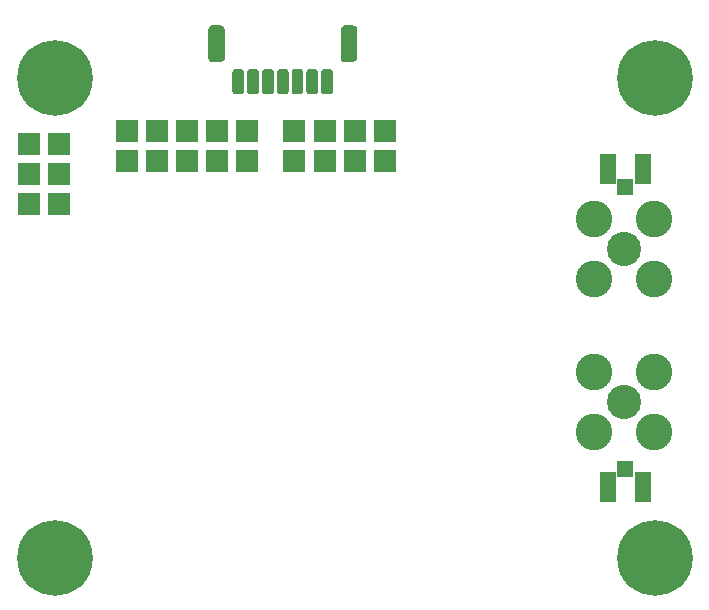
<source format=gbr>
G04 #@! TF.GenerationSoftware,KiCad,Pcbnew,(5.99.0-257-gdf3fabfa2)*
G04 #@! TF.CreationDate,2019-11-06T08:10:32+01:00*
G04 #@! TF.ProjectId,ISM02A,49534d30-3241-42e6-9b69-6361645f7063,REV*
G04 #@! TF.SameCoordinates,Original*
G04 #@! TF.FileFunction,Soldermask,Top*
G04 #@! TF.FilePolarity,Negative*
%FSLAX46Y46*%
G04 Gerber Fmt 4.6, Leading zero omitted, Abs format (unit mm)*
G04 Created by KiCad (PCBNEW (5.99.0-257-gdf3fabfa2)) date 2019-11-06 08:10:32*
%MOMM*%
%LPD*%
G04 APERTURE LIST*
%ADD10R,1.924000X1.924000*%
%ADD11C,3.100000*%
%ADD12C,2.900000*%
%ADD13R,1.450000X2.600000*%
%ADD14R,1.400000X1.450000*%
%ADD15C,6.400000*%
G04 APERTURE END LIST*
D10*
X137530000Y-89460000D03*
X140070000Y-89460000D03*
X137530000Y-92000000D03*
X140070000Y-92000000D03*
X137530000Y-94540000D03*
X140070000Y-94540000D03*
G36*
X163099671Y-83115030D02*
G01*
X163180777Y-83169223D01*
X163234970Y-83250329D01*
X163254000Y-83346000D01*
X163254000Y-84946000D01*
X163234970Y-85041671D01*
X163180777Y-85122777D01*
X163099671Y-85176970D01*
X163004000Y-85196000D01*
X162504000Y-85196000D01*
X162408329Y-85176970D01*
X162327223Y-85122777D01*
X162273030Y-85041671D01*
X162254000Y-84946000D01*
X162254000Y-83346000D01*
X162273030Y-83250329D01*
X162327223Y-83169223D01*
X162408329Y-83115030D01*
X162504000Y-83096000D01*
X163004000Y-83096000D01*
X163099671Y-83115030D01*
G37*
G36*
X161849671Y-83115030D02*
G01*
X161930777Y-83169223D01*
X161984970Y-83250329D01*
X162004000Y-83346000D01*
X162004000Y-84946000D01*
X161984970Y-85041671D01*
X161930777Y-85122777D01*
X161849671Y-85176970D01*
X161754000Y-85196000D01*
X161254000Y-85196000D01*
X161158329Y-85176970D01*
X161077223Y-85122777D01*
X161023030Y-85041671D01*
X161004000Y-84946000D01*
X161004000Y-83346000D01*
X161023030Y-83250329D01*
X161077223Y-83169223D01*
X161158329Y-83115030D01*
X161254000Y-83096000D01*
X161754000Y-83096000D01*
X161849671Y-83115030D01*
G37*
G36*
X160599671Y-83115030D02*
G01*
X160680777Y-83169223D01*
X160734970Y-83250329D01*
X160754000Y-83346000D01*
X160754000Y-84946000D01*
X160734970Y-85041671D01*
X160680777Y-85122777D01*
X160599671Y-85176970D01*
X160504000Y-85196000D01*
X160004000Y-85196000D01*
X159908329Y-85176970D01*
X159827223Y-85122777D01*
X159773030Y-85041671D01*
X159754000Y-84946000D01*
X159754000Y-83346000D01*
X159773030Y-83250329D01*
X159827223Y-83169223D01*
X159908329Y-83115030D01*
X160004000Y-83096000D01*
X160504000Y-83096000D01*
X160599671Y-83115030D01*
G37*
G36*
X159349671Y-83115030D02*
G01*
X159430777Y-83169223D01*
X159484970Y-83250329D01*
X159504000Y-83346000D01*
X159504000Y-84946000D01*
X159484970Y-85041671D01*
X159430777Y-85122777D01*
X159349671Y-85176970D01*
X159254000Y-85196000D01*
X158754000Y-85196000D01*
X158658329Y-85176970D01*
X158577223Y-85122777D01*
X158523030Y-85041671D01*
X158504000Y-84946000D01*
X158504000Y-83346000D01*
X158523030Y-83250329D01*
X158577223Y-83169223D01*
X158658329Y-83115030D01*
X158754000Y-83096000D01*
X159254000Y-83096000D01*
X159349671Y-83115030D01*
G37*
G36*
X158099671Y-83115030D02*
G01*
X158180777Y-83169223D01*
X158234970Y-83250329D01*
X158254000Y-83346000D01*
X158254000Y-84946000D01*
X158234970Y-85041671D01*
X158180777Y-85122777D01*
X158099671Y-85176970D01*
X158004000Y-85196000D01*
X157504000Y-85196000D01*
X157408329Y-85176970D01*
X157327223Y-85122777D01*
X157273030Y-85041671D01*
X157254000Y-84946000D01*
X157254000Y-83346000D01*
X157273030Y-83250329D01*
X157327223Y-83169223D01*
X157408329Y-83115030D01*
X157504000Y-83096000D01*
X158004000Y-83096000D01*
X158099671Y-83115030D01*
G37*
G36*
X156849671Y-83115030D02*
G01*
X156930777Y-83169223D01*
X156984970Y-83250329D01*
X157004000Y-83346000D01*
X157004000Y-84946000D01*
X156984970Y-85041671D01*
X156930777Y-85122777D01*
X156849671Y-85176970D01*
X156754000Y-85196000D01*
X156254000Y-85196000D01*
X156158329Y-85176970D01*
X156077223Y-85122777D01*
X156023030Y-85041671D01*
X156004000Y-84946000D01*
X156004000Y-83346000D01*
X156023030Y-83250329D01*
X156077223Y-83169223D01*
X156158329Y-83115030D01*
X156254000Y-83096000D01*
X156754000Y-83096000D01*
X156849671Y-83115030D01*
G37*
G36*
X155599671Y-83115030D02*
G01*
X155680777Y-83169223D01*
X155734970Y-83250329D01*
X155754000Y-83346000D01*
X155754000Y-84946000D01*
X155734970Y-85041671D01*
X155680777Y-85122777D01*
X155599671Y-85176970D01*
X155504000Y-85196000D01*
X155004000Y-85196000D01*
X154908329Y-85176970D01*
X154827223Y-85122777D01*
X154773030Y-85041671D01*
X154754000Y-84946000D01*
X154754000Y-83346000D01*
X154773030Y-83250329D01*
X154827223Y-83169223D01*
X154908329Y-83115030D01*
X155004000Y-83096000D01*
X155504000Y-83096000D01*
X155599671Y-83115030D01*
G37*
G36*
X165073707Y-79417108D02*
G01*
X165178976Y-79477884D01*
X165257109Y-79571000D01*
X165304000Y-79746000D01*
X165304000Y-82146000D01*
X165282892Y-82265707D01*
X165222116Y-82370976D01*
X165129000Y-82449109D01*
X164954000Y-82496000D01*
X164254000Y-82496000D01*
X164134293Y-82474892D01*
X164029024Y-82414116D01*
X163950891Y-82321000D01*
X163904000Y-82146000D01*
X163904000Y-79746000D01*
X163925108Y-79626293D01*
X163985884Y-79521024D01*
X164079000Y-79442891D01*
X164254000Y-79396000D01*
X164954000Y-79396000D01*
X165073707Y-79417108D01*
G37*
G36*
X153873707Y-79417108D02*
G01*
X153978976Y-79477884D01*
X154057109Y-79571000D01*
X154104000Y-79746000D01*
X154104000Y-82146000D01*
X154082892Y-82265707D01*
X154022116Y-82370976D01*
X153929000Y-82449109D01*
X153754000Y-82496000D01*
X153054000Y-82496000D01*
X152934293Y-82474892D01*
X152829024Y-82414116D01*
X152750891Y-82321000D01*
X152704000Y-82146000D01*
X152704000Y-79746000D01*
X152725108Y-79626293D01*
X152785884Y-79521024D01*
X152879000Y-79442891D01*
X153054000Y-79396000D01*
X153754000Y-79396000D01*
X153873707Y-79417108D01*
G37*
X156000000Y-88330000D03*
X156000000Y-90870000D03*
X165100000Y-90870000D03*
X165100000Y-88330000D03*
X160000000Y-90870000D03*
X160000000Y-88330000D03*
X162550000Y-88330000D03*
X162550000Y-90870000D03*
X167650000Y-90870000D03*
X167650000Y-88330000D03*
X150900000Y-88330000D03*
X150900000Y-90870000D03*
X148350000Y-90870000D03*
X148350000Y-88330000D03*
X145800000Y-90870000D03*
X145800000Y-88330000D03*
X153450000Y-88330000D03*
X153450000Y-90870000D03*
D11*
X190440000Y-108760000D03*
X185360000Y-108760000D03*
X185360000Y-113840000D03*
X190440000Y-113840000D03*
D12*
X187900000Y-111300000D03*
D13*
X189475000Y-118475000D03*
D14*
X188000000Y-116950000D03*
D13*
X186525000Y-118475000D03*
D12*
X187900000Y-98300000D03*
D11*
X190440000Y-100840000D03*
X185360000Y-100840000D03*
X185360000Y-95760000D03*
X190440000Y-95760000D03*
D13*
X189475000Y-91525000D03*
D14*
X188000000Y-93050000D03*
D13*
X186525000Y-91525000D03*
D15*
X190500000Y-83820000D03*
X139700000Y-83820000D03*
X190500000Y-124460000D03*
X139700000Y-124460000D03*
M02*

</source>
